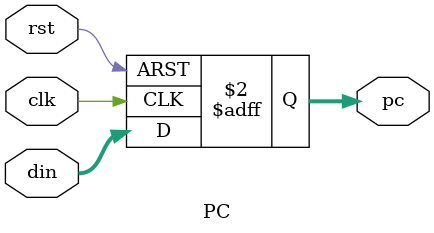
<source format=v>
`timescale 1ns / 1ps


module PC(
    input wire clk,
    input wire rst,
    input wire [31:0] din,
    
    output reg [31:0] pc
    );

    always @(posedge clk or posedge rst) begin
        if (rst) begin
            pc <= 32'h0000_0000;
        end else begin
            pc <= din;
        end
    end
endmodule

</source>
